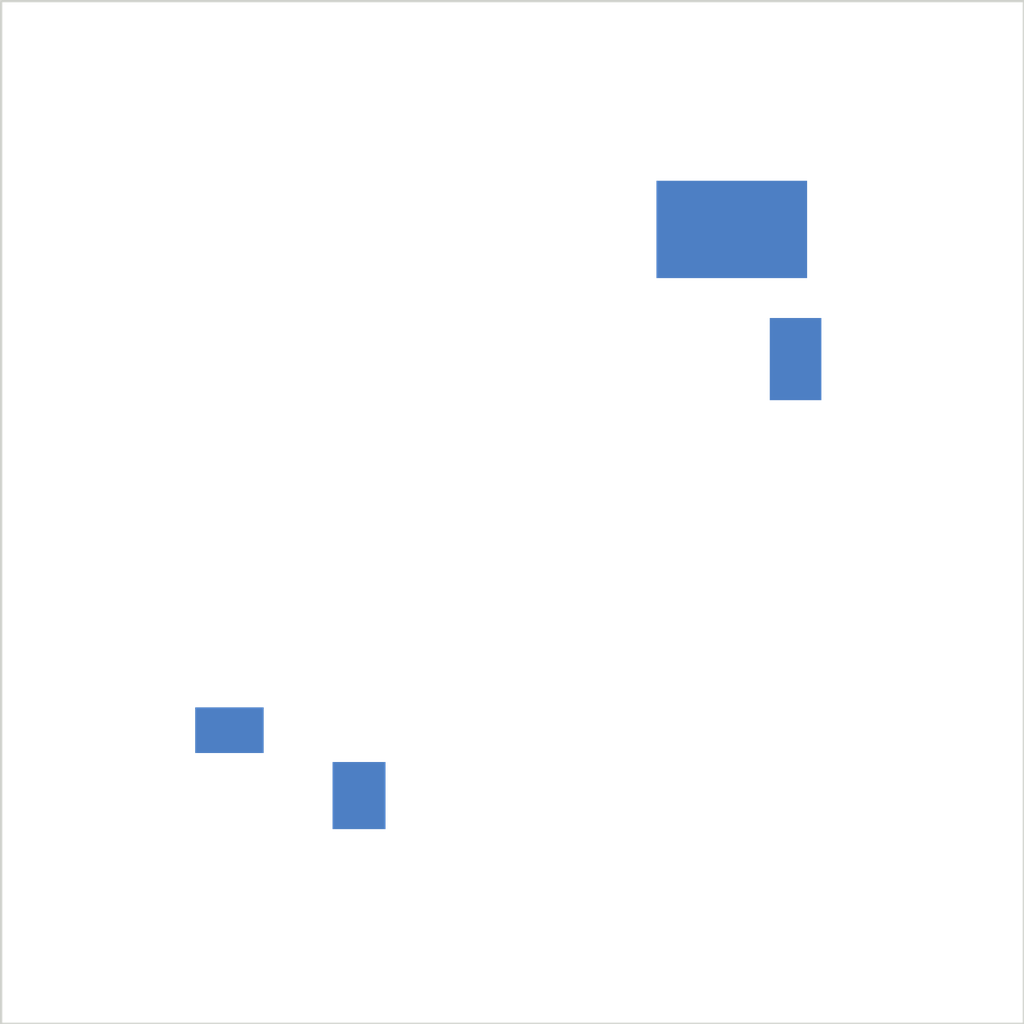
<source format=kicad_pcb>
(kicad_pcb (version 20171130) (host pcbnew "(5.1.2)-2")

  (general
    (thickness 1.6)
  )

  (page A4)
  (layers
    (0 Top signal)
    (31 Bottom signal)
    (32 B.Adhes user)
    (33 F.Adhes user)
    (34 B.Paste user)
    (35 F.Paste user)
    (36 B.SilkS user)
    (37 F.SilkS user)
    (38 B.Mask user)
    (39 F.Mask user)
    (40 Dwgs.User user)
    (41 Cmts.User user)
    (42 Eco1.User user)
    (43 Eco2.User user)
    (44 Edge.Cuts user)
    (45 Margin user)
    (46 B.CrtYd user)
    (47 F.CrtYd user)
    (48 B.Fab user)
    (49 F.Fab user)
  )

  (setup
    (pad_to_mask_clearance 0.1016)
    (aux_axis_origin -120.62617 153.22756)
    (grid_origin -120.62617 153.22756)
    (pcbplotparams
      (layerselection 0x00010fc_ffffffff)
      (plot_on_all_layers_selection 0x0000000_00000000)
      (disableapertmacros false)
      (usegerberextensions false)
      (usegerberattributes true)
      (usegerberadvancedattributes true)
      (creategerberjobfile true)
      (dashed_line_dash_ratio 12)
      (dashed_line_gap_ratio 3)
      (svgprecision 4)
      (plotframeref false)
      (viasonmask false)
      (mode 1)
      (useauxorigin false)
      (hpglpennumber 1)
      (hpglpenspeed 20)
      (hpglpendiameter 15)
      (dxfpolygonmode true)
      (dxfimperialunits true)
      (dxfusepcbnewfont true)
      (psnegative false)
      (psa4output false)
      (plotreference true)
      (plotvalue true)
      (plotinvisibletext false)
      (sketchpadsonfab false)
      (subtractmaskfromsilk false)
      (outputformat 1)
      (mirror false)
      (drillshape 1)
      (scaleselection 1)
      (outputdirectory "")
    )
  )

  (net 0 "")

  (net 1 Y+)
  (net 2 Y-)
  (net 3 NetR3_2)
  (net 4 W-)
  (net 5 W+)
  (net 6 VIN)
  (net 7 VCC_5V)
  (net 8 TK6)
  (net 9 TK5)
  (net 10 TK4)
  (net 11 TK3)
  (net 12 TK2)
  (net 13 TK1)
  (net 14 SK4)
  (net 15 SK3)
  (net 16 SK2)
  (net 17 SK1)
  (net 18 S_LED7)
  (net 19 S_LED6)
  (net 20 S_LED5)
  (net 21 S_LED4)
  (net 22 S_LED3)
  (net 23 S_LED2)
  (net 24 S_LED1)
  (net 25 PWM2)
  (net 26 PWM1)
  (net 27 NetR19_2)
  (net 28 NetR16_2)
  (net 29 NetR15_2)
  (net 30 NetR14_1)
  (net 31 NetR12_1)
  (net 32 NetD2_1)
  (net 33 NetD1_1)
  (net 34 NetC5_2)
  (net 35 K_LED4)
  (net 36 K_LED3)
  (net 37 K_LED2)
  (net 38 K_LED1)
  (net 39 GND)
  (net 40 ALS_IN)

  (net_class Default "This is the default net class."
    (add_net ALS_IN)
    (add_net K_LED1)
    (add_net K_LED2)
    (add_net K_LED3)
    (add_net K_LED4)
    (add_net NetC5_2)
    (add_net NetD1_1)
    (add_net NetD2_1)
    (add_net NetR12_1)
    (add_net NetR14_1)
    (add_net NetR15_2)
    (add_net NetR16_2)
    (add_net NetR19_2)
    (add_net NetR3_2)
    (add_net PWM1)
    (add_net PWM2)
    (add_net SK1)
    (add_net SK2)
    (add_net SK3)
    (add_net SK4)
    (add_net S_LED1)
    (add_net S_LED2)
    (add_net S_LED3)
    (add_net S_LED4)
    (add_net S_LED5)
    (add_net S_LED6)
    (add_net S_LED7)
    (add_net TK1)
    (add_net TK2)
    (add_net TK3)
    (add_net TK4)
    (add_net TK5)
    (add_net TK6)
    (add_net VIN)
    (add_net W+)
    (add_net W-)
    (add_net Y+)
    (add_net Y-)
    (trace_width 0.254)
  )
  (net_class Power "This is the default net class."
    (add_net GND)
    (add_net VCC_5V)
    (trace_width 0.8)
  )

 
  
  (module "MIJI_ADPcbLib.PcbLib:R1206-JP_4" (layer Bottom) (tedit 0) (tstamp 0)
    (at 108.701099 98.871560 270)
    (fp_text reference 3 (at 0 0) (layer B.SilkS) hide
      (effects (font (size 0.8 0.8) (thickness 0.127)) (justify left bottom))
    )
    
    (pad 1 smd rect (at 0 0 0) (size 1.5 1) (layers Bottom B.Paste B.Mask)
(net 3 NetR3_2))
     )

  (module "MIJI_ADPcbLib.PcbLib:SMD-EC6.3X6.3X10_5" (layer Bottom) (tedit 0) (tstamp 0)
    (at 119.703792 87.903598 270)
    (fp_text reference 4 (at 0 0) (layer B.SilkS) hide
      (effects (font (size 0.8 0.8) (thickness 0.127)) (justify left bottom))
    )
       (pad 1 smd rect (at 0 0 0) (size 3.3 2.132) (layers Bottom B.Paste B.Mask)
(net 3 NetR3_2))
      )

  
  (module "Miscellaneous Devices LC.PcbLib:0805_C_7" (layer Bottom) (tedit 0) (tstamp 0)
    (at 111.539830 100.303598 270)
    (fp_text reference 6 (at 0 0) (layer B.SilkS) hide
      (effects (font (size 0.8 0.8) (thickness 0.127)) (justify left bottom))
    )
      (pad 1 smd rect (at 0 0 0) (size 1.16 1.47) (layers Bottom B.Paste B.Mask)
(net 6 VIN))

  )

  (module "Miscellaneous Devices LC.PcbLib:1206_C_8" (layer Bottom) (tedit 0) (tstamp 0)
    (at 121.101099 90.743560 270)
    (fp_text reference 7 (at 0 0) (layer B.SilkS) hide
      (effects (font (size 0.8 0.8) (thickness 0.127)) (justify left bottom))
    )
       (pad 1 smd rect (at 0 0 0) (size 1.13 1.8) (layers Bottom B.Paste B.Mask)
(net 6 VIN))
     )

 
  (gr_line (start 103.701099 82.903598) (end 126.101099 82.903598) (layer Edge.Cuts) (width 0.05) (tstamp 42A38F4))
  (gr_line (start 126.101099 82.903598) (end 126.101099 105.303598) (layer Edge.Cuts) (width 0.05) (tstamp 42A38F4))
  (gr_line (start 126.101099 105.303598) (end 103.701099 105.303598) (layer Edge.Cuts) (width 0.05) (tstamp 42A38F4))
  (gr_line (start 103.701099 105.303598) (end 103.701099 82.903598) (layer Edge.Cuts) (width 0.05) (tstamp 42A38F4))
)

</source>
